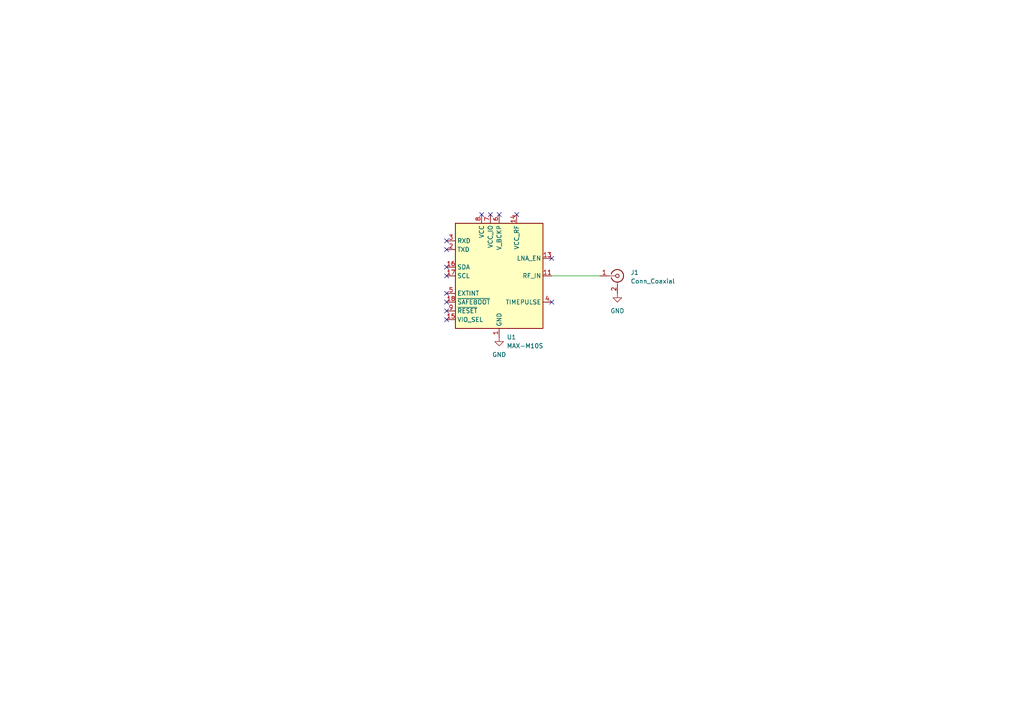
<source format=kicad_sch>
(kicad_sch (version 20231120) (generator "eeschema") (generator_version "8.0")
  (paper "A4")
  (lib_symbols
    (symbol "Connector:Conn_Coaxial" (pin_names (offset 1.016) hide)
      (property "Reference" "J" (at 0.254 3.048 0))
      (property "Value" "Conn_Coaxial" (at 2.921 0 90))
      (symbol "Conn_Coaxial_0_1"
        (arc (start -1.778 -0.508) (mid 0.2311 -1.8066) (end 1.778 0) (stroke (width 0.254)))
        (polyline (pts (xy -2.54 0) (xy -0.508 0)))
        (polyline (pts (xy 0 -2.54) (xy 0 -1.778)))
        (circle (center 0 0) (radius 0.508) (stroke (width 0.2032)))
        (arc (start 1.778 0) (mid 0.2099 1.8101) (end -1.778 0.508) (stroke (width 0.254)))
      )
      (symbol "Conn_Coaxial_1_1"
        (pin passive line (at -5.08 0 0) (length 2.54) (name "In") (number "1"))
        (pin passive line (at 0 -5.08 90) (length 2.54) (name "Ext") (number "2"))
      )
    )
    (symbol "RF_GPS:MAX-M10S"
      (property "Reference" "U" (at -10.16 16.51 0))
      (property "Value" "MAX-M10S" (at 11.43 16.51 0))
      (symbol "MAX-M10S_0_1"
        (rectangle (start 12.7 15.24) (end -12.7 -15.24) (stroke (width 0.254)) (fill (type background)))
      )
      (symbol "MAX-M10S_1_1"
        (pin power_in line (at 0 -17.78 90) (length 2.54) (name "GND") (number "1"))
        (pin passive line (at 0 -17.78 90) (length 2.54) hide (name "GND") (number "10"))
        (pin input line (at 15.24 0 180) (length 2.54) (name "RF_IN") (number "11"))
        (pin passive line (at 0 -17.78 90) (length 2.54) hide (name "GND") (number "12"))
        (pin output line (at 15.24 5.08 180) (length 2.54) (name "LNA_EN") (number "13"))
        (pin power_out line (at 5.08 17.78 270) (length 2.54) (name "VCC_RF") (number "14"))
        (pin input line (at -15.24 -12.7 0) (length 2.54) (name "VIO_SEL") (number "15"))
        (pin bidirectional line (at -15.24 2.54 0) (length 2.54) (name "SDA") (number "16"))
        (pin input line (at -15.24 0 0) (length 2.54) (name "SCL") (number "17"))
        (pin input line (at -15.24 -7.62 0) (length 2.54) (name "~{SAFEBOOT}") (number "18"))
        (pin output line (at -15.24 7.62 0) (length 2.54) (name "TXD") (number "2"))
        (pin input line (at -15.24 10.16 0) (length 2.54) (name "RXD") (number "3"))
        (pin output line (at 15.24 -7.62 180) (length 2.54) (name "TIMEPULSE") (number "4"))
        (pin input line (at -15.24 -5.08 0) (length 2.54) (name "EXTINT") (number "5"))
        (pin power_in line (at 0 17.78 270) (length 2.54) (name "V_BCKP") (number "6"))
        (pin power_in line (at -2.54 17.78 270) (length 2.54) (name "VCC_IO") (number "7"))
        (pin power_in line (at -5.08 17.78 270) (length 2.54) (name "VCC") (number "8"))
        (pin input line (at -15.24 -10.16 0) (length 2.54) (name "~{RESET}") (number "9"))
      )
    )
    (symbol "power:GND" (power) (pin_numbers hide) (pin_names (offset 0) hide)
      (property "Value" "GND" (at 0 -3.81 0))
      (symbol "GND_0_1"
        (polyline (pts (xy 0 0) (xy 0 -1.27) (xy 1.27 -1.27) (xy 0 -2.54) (xy -1.27 -1.27) (xy 0 -1.27)))
      )
      (symbol "GND_1_1"
        (pin power_in line (at 0 0 270) (length 0) (name "~") (number "1"))
      )
    )
  )
  (no_connect (at 139.7 62.23))
  (no_connect (at 142.24 62.23))
  (no_connect (at 160.02 74.93))
  (no_connect (at 129.54 72.39))
  (no_connect (at 129.54 85.09))
  (no_connect (at 129.54 90.17))
  (no_connect (at 129.54 92.71))
  (no_connect (at 129.54 69.85))
  (no_connect (at 129.54 87.63))
  (no_connect (at 129.54 80.01))
  (no_connect (at 160.02 87.63))
  (no_connect (at 144.78 62.23))
  (no_connect (at 129.54 77.47))
  (no_connect (at 149.86 62.23))
  (wire (pts (xy 160.02 80.01) (xy 173.99 80.01)))
  (symbol (lib_id "power:GND") (at 179.07 85.09 0) (unit 1)
    (property "Reference" "#PWR01" (effects (hide yes)))
    (property "Value" "GND" (at 179.07 90.17 0))
    (property "Description" "Power symbol creates a global label with name \"GND\" , ground" (effects (hide yes)))
  )
  (symbol (lib_id "power:GND") (at 144.78 97.79 0) (unit 1)
    (property "Reference" "#PWR02" (effects (hide yes)))
    (property "Value" "GND" (at 144.78 102.87 0))
    (property "Description" "Power symbol creates a global label with name \"GND\" , ground" (effects (hide yes)))
  )
  (symbol (lib_id "RF_GPS:MAX-M10S") (at 144.78 80.01 0) (unit 1)
    (property "Reference" "U1" (at 146.9741 97.79 0) (effects (justify left)))
    (property "Value" "MAX-M10S" (at 146.9741 100.33 0) (effects (justify left)))
    (property "Footprint" "RF_GPS:ublox_MAX" (effects (hide yes)))
    (property "Datasheet" "https://content.u-blox.com/sites/default/files/MAX-M10S_DataSheet_UBX-20035208.pdf" (effects (hide yes)))
    (property "Description" "GNSS Module MAX M10, VCC 1.65V to 3.6V" (effects (hide yes)))
  )
  (symbol (lib_id "Connector:Conn_Coaxial") (at 179.07 80.01 0) (unit 1)
    (property "Reference" "J1" (at 182.88 79.0331 0) (effects (justify left)))
    (property "Value" "Conn_Coaxial" (at 182.88 81.5731 0) (effects (justify left)))
    (property "Footprint" "Connector_Coaxial:SMA_Amphenol_132289_EdgeMount" (effects (hide yes)))
    (property "Description" "coaxial connector (BNC, SMA, SMB, SMC, Cinch/RCA, LEMO, ...)" (effects (hide yes)))
  )
)
</source>
